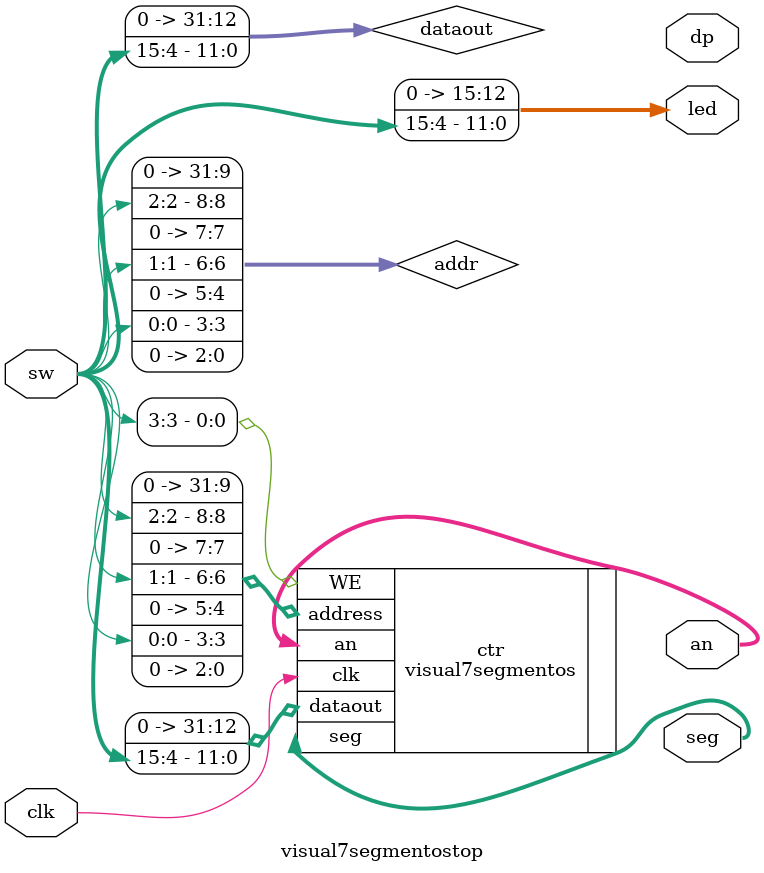
<source format=v>
`timescale 1ns / 1ps

module visual7segmentostop(
    sw, clk, seg, an, dp, led
);
	input         [15:0] sw;
	output         [3:0] an;
	output              dp;
	output         [15:0] led;
	input               clk;
	output        [6:0] seg;

wire [31:0] addr;
assign addr  = {sw[2], 1'b0, sw[1], 2'b00, sw[0], 3'b000};



wire [31:0] dataout; 
assign dataout = sw[15:4];
assign led = dataout;

visual7segmentos ctr(.dataout(dataout),
                     .address(addr),
                     .clk(clk),
                     .WE(sw[3]),
                     .seg(seg),
                     .an(an));


endmodule


</source>
